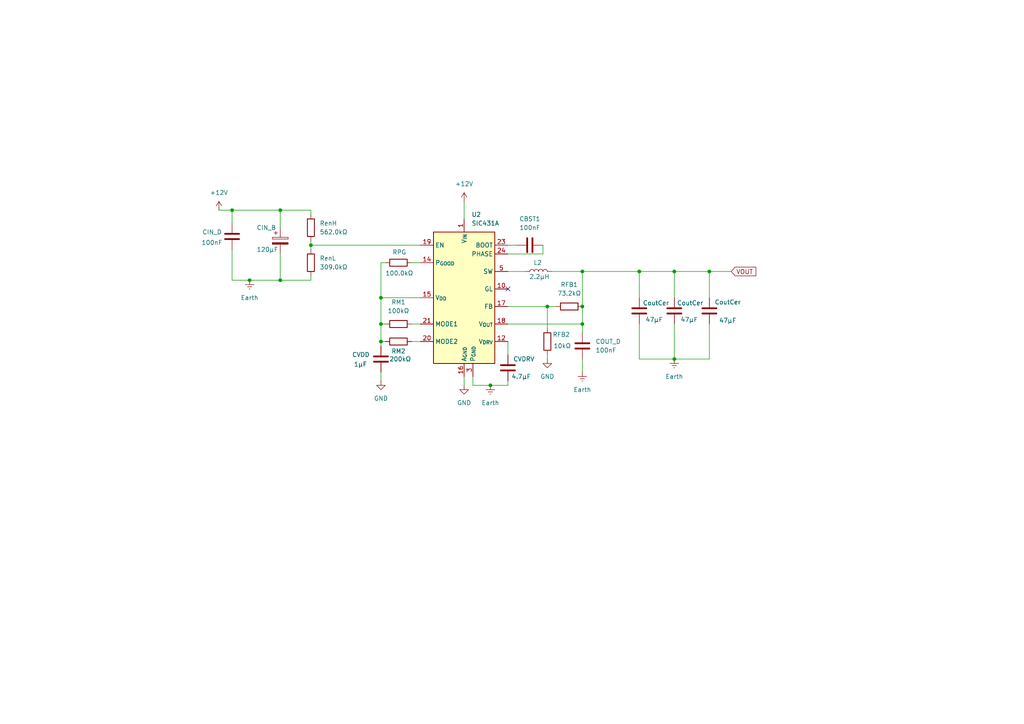
<source format=kicad_sch>
(kicad_sch (version 20250114) (generator "eeschema") (generator_version "9.0")
  (paper "A4")
  (lib_symbols
    (symbol "Device:C" (pin_numbers (hide yes)) (pin_names (offset 0.254))
      (property "Reference" "C" (at 0.635 2.54 0))
      (property "Value" "C" (at 0.635 -2.54 0))
      (symbol "C_0_1"
        (polyline (pts (xy -2.032 0.762) (xy 2.032 0.762)) (stroke (width 0.508)))
        (polyline (pts (xy -2.032 -0.762) (xy 2.032 -0.762)) (stroke (width 0.508)))
      )
      (symbol "C_1_1"
        (pin passive line (at 0 3.81 270) (length 2.794) (name "~") (number "1"))
        (pin passive line (at 0 -3.81 90) (length 2.794) (name "~") (number "2"))
      )
    )
    (symbol "Device:C_Polarized" (pin_numbers (hide yes)) (pin_names (offset 0.254))
      (property "Reference" "C" (at 0.635 2.54 0))
      (property "Value" "C_Polarized" (at 0.635 -2.54 0))
      (symbol "C_Polarized_0_1"
        (rectangle (start -2.286 0.508) (end 2.286 1.016))
        (polyline (pts (xy -1.778 2.286) (xy -0.762 2.286)))
        (polyline (pts (xy -1.27 2.794) (xy -1.27 1.778)))
        (rectangle (start 2.286 -0.508) (end -2.286 -1.016) (fill (type outline)))
      )
      (symbol "C_Polarized_1_1"
        (pin passive line (at 0 3.81 270) (length 2.794) (name "~") (number "1"))
        (pin passive line (at 0 -3.81 90) (length 2.794) (name "~") (number "2"))
      )
    )
    (symbol "Device:L" (pin_numbers (hide yes)) (pin_names (offset 1.016) (hide yes))
      (property "Reference" "L" (at -1.27 0 90))
      (property "Value" "L" (at 1.905 0 90))
      (symbol "L_0_1"
        (arc (start 0 2.54) (mid 0.6323 1.905) (end 0 1.27))
        (arc (start 0 1.27) (mid 0.6323 0.635) (end 0 0))
        (arc (start 0 0) (mid 0.6323 -0.635) (end 0 -1.27))
        (arc (start 0 -1.27) (mid 0.6323 -1.905) (end 0 -2.54))
      )
      (symbol "L_1_1"
        (pin passive line (at 0 3.81 270) (length 1.27) (name "1") (number "1"))
        (pin passive line (at 0 -3.81 90) (length 1.27) (name "2") (number "2"))
      )
    )
    (symbol "Device:R" (pin_numbers (hide yes)) (pin_names (offset 0))
      (property "Reference" "R" (at 2.032 0 90))
      (property "Value" "R" (at 0 0 90))
      (symbol "R_0_1"
        (rectangle (start -1.016 -2.54) (end 1.016 2.54) (stroke (width 0.254)))
      )
      (symbol "R_1_1"
        (pin passive line (at 0 3.81 270) (length 1.27) (name "~") (number "1"))
        (pin passive line (at 0 -3.81 90) (length 1.27) (name "~") (number "2"))
      )
    )
    (symbol "Regulator_Switching:SIC431A"
      (property "Reference" "U" (at -7.62 20.32 0))
      (property "Value" "SIC431A" (at 5.08 20.32 0))
      (symbol "SIC431A_0_1"
        (rectangle (start -8.89 19.05) (end 8.89 -19.05) (stroke (width 0.254)) (fill (type background)))
      )
      (symbol "SIC431A_1_1"
        (pin input line (at -12.7 15.24 0) (length 3.81) (name "EN") (number "19"))
        (pin open_collector line (at -12.7 10.16 0) (length 3.81) (name "P_{GOOD}") (number "14"))
        (pin power_out line (at -12.7 0 0) (length 3.81) (name "V_{DD}") (number "15"))
        (pin input line (at -12.7 -7.62 0) (length 3.81) (name "MODE1") (number "21"))
        (pin input line (at -12.7 -12.7 0) (length 3.81) (name "MODE2") (number "20"))
        (pin power_in line (at 0 22.86 270) (length 3.81) (name "V_{IN}") (number "1"))
        (pin passive line (at 0 22.86 270) (length 3.81) (hide yes) (name "V_{IN}") (number "2"))
        (pin passive line (at 0 22.86 270) (length 3.81) (hide yes) (name "V_{IN}") (number "22"))
        (pin passive line (at 0 22.86 270) (length 3.81) (hide yes) (name "V_{IN}") (number "26"))
        (pin power_in line (at 0 -22.86 90) (length 3.81) (name "A_{GND}") (number "16"))
        (pin passive line (at 0 -22.86 90) (length 3.81) (hide yes) (name "A_{GND}") (number "25"))
        (pin passive line (at 2.54 -22.86 90) (length 3.81) (hide yes) (name "P_{GND}") (number "13"))
        (pin passive line (at 2.54 -22.86 90) (length 3.81) (hide yes) (name "P_{GND}") (number "27"))
        (pin power_in line (at 2.54 -22.86 90) (length 3.81) (name "P_{GND}") (number "3"))
        (pin passive line (at 2.54 -22.86 90) (length 3.81) (hide yes) (name "P_{GND}") (number "4"))
        (pin input line (at 12.7 15.24 180) (length 3.81) (name "BOOT") (number "23"))
        (pin output line (at 12.7 12.7 180) (length 3.81) (name "PHASE") (number "24"))
        (pin power_out line (at 12.7 7.62 180) (length 3.81) (name "SW") (number "5"))
        (pin passive line (at 12.7 7.62 180) (length 3.81) (hide yes) (name "SW") (number "6"))
        (pin passive line (at 12.7 7.62 180) (length 3.81) (hide yes) (name "SW") (number "7"))
        (pin passive line (at 12.7 7.62 180) (length 3.81) (hide yes) (name "SW") (number "8"))
        (pin passive line (at 12.7 7.62 180) (length 3.81) (hide yes) (name "SW") (number "9"))
        (pin output line (at 12.7 2.54 180) (length 3.81) (name "GL") (number "10"))
        (pin passive line (at 12.7 2.54 180) (length 3.81) (hide yes) (name "GL") (number "11"))
        (pin passive line (at 12.7 2.54 180) (length 3.81) (hide yes) (name "GL") (number "28"))
        (pin input line (at 12.7 -2.54 180) (length 3.81) (name "FB") (number "17"))
        (pin input line (at 12.7 -7.62 180) (length 3.81) (name "V_{OUT}") (number "18"))
        (pin power_out line (at 12.7 -12.7 180) (length 3.81) (name "V_{DRV}") (number "12"))
      )
    )
    (symbol "power:+12V" (power) (pin_numbers (hide yes)) (pin_names (offset 0) (hide yes))
      (property "Value" "+12V" (at 0 3.556 0))
      (symbol "+12V_0_1"
        (polyline (pts (xy -0.762 1.27) (xy 0 2.54)))
        (polyline (pts (xy 0 2.54) (xy 0.762 1.27)))
        (polyline (pts (xy 0 0) (xy 0 2.54)))
      )
      (symbol "+12V_1_1"
        (pin power_in line (at 0 0 90) (length 0) (name "~") (number "1"))
      )
    )
    (symbol "power:Earth" (power) (pin_numbers (hide yes)) (pin_names (offset 0) (hide yes))
      (property "Value" "Earth" (at 0 -3.81 0))
      (symbol "Earth_0_1"
        (polyline (pts (xy -0.635 -1.905) (xy 0.635 -1.905)))
        (polyline (pts (xy -0.127 -2.54) (xy 0.127 -2.54)))
        (polyline (pts (xy 0 -1.27) (xy 0 0)))
        (polyline (pts (xy 1.27 -1.27) (xy -1.27 -1.27)))
      )
      (symbol "Earth_1_1"
        (pin power_in line (at 0 0 270) (length 0) (name "~") (number "1"))
      )
    )
    (symbol "power:GND" (power) (pin_numbers (hide yes)) (pin_names (offset 0) (hide yes))
      (property "Value" "GND" (at 0 -3.81 0))
      (symbol "GND_0_1"
        (polyline (pts (xy 0 0) (xy 0 -1.27) (xy 1.27 -1.27) (xy 0 -2.54) (xy -1.27 -1.27) (xy 0 -1.27)))
      )
      (symbol "GND_1_1"
        (pin power_in line (at 0 0 270) (length 0) (name "~") (number "1"))
      )
    )
  )
  (junction (at 168.91 78.74))
  (junction (at 142.24 111.76))
  (junction (at 168.91 88.9))
  (junction (at 67.31 60.96))
  (junction (at 195.58 78.74))
  (junction (at 81.28 60.96))
  (junction (at 110.49 93.98))
  (junction (at 110.49 99.06))
  (junction (at 81.28 81.28))
  (junction (at 110.49 86.36))
  (junction (at 185.42 78.74))
  (junction (at 195.58 104.14))
  (junction (at 72.39 81.28))
  (junction (at 168.91 93.98))
  (junction (at 158.75 88.9))
  (junction (at 205.74 78.74))
  (junction (at 90.17 71.12))
  (no_connect (at 147.32 83.82))
  (wire (pts (xy 205.74 78.74) (xy 212.09 78.74)))
  (wire (pts (xy 185.42 78.74) (xy 168.91 78.74)))
  (wire (pts (xy 168.91 104.14) (xy 168.91 107.95)))
  (wire (pts (xy 160.02 78.74) (xy 168.91 78.74)))
  (wire (pts (xy 147.32 111.76) (xy 142.24 111.76)))
  (wire (pts (xy 205.74 86.36) (xy 205.74 78.74)))
  (wire (pts (xy 147.32 93.98) (xy 168.91 93.98)))
  (wire (pts (xy 168.91 88.9) (xy 168.91 93.98)))
  (wire (pts (xy 147.32 110.49) (xy 147.32 111.76)))
  (wire (pts (xy 67.31 60.96) (xy 67.31 64.77)))
  (wire (pts (xy 195.58 93.98) (xy 195.58 104.14)))
  (wire (pts (xy 134.62 109.22) (xy 134.62 111.76)))
  (wire (pts (xy 90.17 62.23) (xy 90.17 60.96)))
  (wire (pts (xy 90.17 71.12) (xy 121.92 71.12)))
  (wire (pts (xy 110.49 107.95) (xy 110.49 110.49)))
  (wire (pts (xy 67.31 72.39) (xy 67.31 81.28)))
  (wire (pts (xy 195.58 78.74) (xy 185.42 78.74)))
  (wire (pts (xy 81.28 73.66) (xy 81.28 81.28)))
  (wire (pts (xy 119.38 76.2) (xy 121.92 76.2)))
  (wire (pts (xy 119.38 99.06) (xy 121.92 99.06)))
  (wire (pts (xy 119.38 93.98) (xy 121.92 93.98)))
  (wire (pts (xy 195.58 104.14) (xy 185.42 104.14)))
  (wire (pts (xy 110.49 99.06) (xy 110.49 93.98)))
  (wire (pts (xy 185.42 78.74) (xy 185.42 86.36)))
  (wire (pts (xy 185.42 104.14) (xy 185.42 93.98)))
  (wire (pts (xy 205.74 104.14) (xy 195.58 104.14)))
  (wire (pts (xy 137.16 109.22) (xy 137.16 111.76)))
  (wire (pts (xy 90.17 81.28) (xy 81.28 81.28)))
  (wire (pts (xy 110.49 93.98) (xy 110.49 86.36)))
  (wire (pts (xy 147.32 71.12) (xy 149.86 71.12)))
  (wire (pts (xy 158.75 95.25) (xy 158.75 88.9)))
  (wire (pts (xy 111.76 76.2) (xy 110.49 76.2)))
  (wire (pts (xy 134.62 58.42) (xy 134.62 63.5)))
  (wire (pts (xy 110.49 86.36) (xy 121.92 86.36)))
  (wire (pts (xy 63.5 60.96) (xy 67.31 60.96)))
  (wire (pts (xy 90.17 80.01) (xy 90.17 81.28)))
  (wire (pts (xy 90.17 71.12) (xy 90.17 69.85)))
  (wire (pts (xy 157.48 73.66) (xy 147.32 73.66)))
  (wire (pts (xy 205.74 78.74) (xy 195.58 78.74)))
  (wire (pts (xy 67.31 81.28) (xy 72.39 81.28)))
  (wire (pts (xy 205.74 93.98) (xy 205.74 104.14)))
  (wire (pts (xy 110.49 76.2) (xy 110.49 86.36)))
  (wire (pts (xy 90.17 71.12) (xy 90.17 72.39)))
  (wire (pts (xy 137.16 111.76) (xy 142.24 111.76)))
  (wire (pts (xy 110.49 99.06) (xy 110.49 100.33)))
  (wire (pts (xy 81.28 66.04) (xy 81.28 60.96)))
  (wire (pts (xy 158.75 102.87) (xy 158.75 104.14)))
  (wire (pts (xy 157.48 71.12) (xy 157.48 73.66)))
  (wire (pts (xy 158.75 88.9) (xy 161.29 88.9)))
  (wire (pts (xy 111.76 99.06) (xy 110.49 99.06)))
  (wire (pts (xy 147.32 99.06) (xy 147.32 102.87)))
  (wire (pts (xy 147.32 88.9) (xy 158.75 88.9)))
  (wire (pts (xy 81.28 81.28) (xy 72.39 81.28)))
  (wire (pts (xy 110.49 93.98) (xy 111.76 93.98)))
  (wire (pts (xy 168.91 93.98) (xy 168.91 96.52)))
  (wire (pts (xy 195.58 78.74) (xy 195.58 86.36)))
  (wire (pts (xy 90.17 60.96) (xy 81.28 60.96)))
  (wire (pts (xy 168.91 78.74) (xy 168.91 88.9)))
  (wire (pts (xy 81.28 60.96) (xy 67.31 60.96)))
  (wire (pts (xy 147.32 78.74) (xy 152.4 78.74)))
  (global_label "VOUT" (shape input) (at 212.09 78.74 0) (property "Intersheetrefs" "${INTERSHEET_REFS}" (effects (hide yes))))
  (symbol (lib_id "power:+12V") (at 63.5 60.96 0) (unit 1)
    (property "Reference" "#PWR013" (effects (hide yes)))
    (property "Value" "+12V" (at 63.5 55.88 0))
    (property "Description" "Power symbol creates a global label with name \"+12V\"" (effects (hide yes)))
  )
  (symbol (lib_id "Device:L") (at 156.21 78.74 90) (unit 1)
    (property "Reference" "L2" (at 155.956 76.2 90))
    (property "Value" "2.2µH" (at 156.464 80.264 90))
    (property "Description" "Inductor" (effects (hide yes)))
  )
  (symbol (lib_id "Device:C") (at 110.49 104.14 0) (unit 1)
    (property "Reference" "CVDD" (at 102.108 102.87 0) (effects (justify left)))
    (property "Value" "1µF" (at 102.616 105.664 0) (effects (justify left)))
    (property "Description" "Unpolarized capacitor" (effects (hide yes)))
  )
  (symbol (lib_id "Device:R") (at 158.75 99.06 0) (unit 1)
    (property "Reference" "RFB2" (at 160.274 97.028 0) (effects (justify left)))
    (property "Value" "10kΩ" (at 160.528 100.33 0) (effects (justify left)))
    (property "Description" "Resistor" (effects (hide yes)))
  )
  (symbol (lib_id "Device:R") (at 165.1 88.9 90) (unit 1)
    (property "Reference" "RFB1" (at 165.1 82.55 90))
    (property "Value" "73.2kΩ" (at 165.1 85.09 90))
    (property "Description" "Resistor" (effects (hide yes)))
  )
  (symbol (lib_id "Device:C") (at 205.74 90.17 0) (unit 1)
    (property "Reference" "CoutCer" (at 207.264 87.63 0) (effects (justify left)))
    (property "Value" "47µF" (at 208.534 92.964 0) (effects (justify left)))
    (property "Description" "Unpolarized capacitor" (effects (hide yes)))
  )
  (symbol (lib_id "Device:C") (at 147.32 106.68 0) (unit 1)
    (property "Reference" "CVDRV" (at 148.844 104.14 0) (effects (justify left)))
    (property "Value" "4.7µF" (at 148.336 109.22 0) (effects (justify left)))
    (property "Description" "Unpolarized capacitor" (effects (hide yes)))
  )
  (symbol (lib_id "power:GND") (at 158.75 104.14 0) (unit 1)
    (property "Reference" "#PWR012" (effects (hide yes)))
    (property "Value" "GND" (at 158.75 109.22 0))
    (property "Description" "Power symbol creates a global label with name \"GND\" , ground" (effects (hide yes)))
  )
  (symbol (lib_id "Device:C") (at 67.31 68.58 0) (unit 1)
    (property "Reference" "CIN_D" (at 58.674 67.31 0) (effects (justify left)))
    (property "Value" "100nF" (at 58.42 70.358 0) (effects (justify left)))
    (property "Description" "Unpolarized capacitor" (effects (hide yes)))
  )
  (symbol (lib_id "Device:C") (at 168.91 100.33 0) (unit 1)
    (property "Reference" "COUT_D" (at 172.72 99.0599 0) (effects (justify left)))
    (property "Value" "100nF" (at 172.72 101.5999 0) (effects (justify left)))
    (property "Description" "Unpolarized capacitor" (effects (hide yes)))
  )
  (symbol (lib_id "power:+12V") (at 134.62 58.42 0) (unit 1)
    (property "Reference" "#PWR014" (effects (hide yes)))
    (property "Value" "+12V" (at 134.62 53.34 0))
    (property "Description" "Power symbol creates a global label with name \"+12V\"" (effects (hide yes)))
  )
  (symbol (lib_id "power:GND") (at 110.49 110.49 0) (unit 1)
    (property "Reference" "#PWR016" (effects (hide yes)))
    (property "Value" "GND" (at 110.49 115.57 0))
    (property "Description" "Power symbol creates a global label with name \"GND\" , ground" (effects (hide yes)))
  )
  (symbol (lib_id "power:GND") (at 134.62 111.76 0) (unit 1)
    (property "Reference" "#PWR017" (effects (hide yes)))
    (property "Value" "GND" (at 134.62 116.84 0))
    (property "Description" "Power symbol creates a global label with name \"GND\" , ground" (effects (hide yes)))
  )
  (symbol (lib_id "Device:R") (at 90.17 76.2 0) (unit 1)
    (property "Reference" "RenL" (at 92.71 74.9299 0) (effects (justify left)))
    (property "Value" "309.0kΩ" (at 92.71 77.4699 0) (effects (justify left)))
    (property "Description" "Resistor" (effects (hide yes)))
  )
  (symbol (lib_id "Device:C") (at 153.67 71.12 90) (unit 1)
    (property "Reference" "CBST1" (at 153.67 63.5 90))
    (property "Value" "100nF" (at 153.67 66.04 90))
    (property "Description" "Unpolarized capacitor" (effects (hide yes)))
  )
  (symbol (lib_id "Device:R") (at 115.57 93.98 90) (unit 1)
    (property "Reference" "RM1" (at 115.57 87.63 90))
    (property "Value" "100kΩ" (at 115.57 90.17 90))
    (property "Description" "Resistor" (effects (hide yes)))
  )
  (symbol (lib_id "Device:C") (at 185.42 90.17 0) (unit 1)
    (property "Reference" "CoutCer" (at 186.436 87.884 0) (effects (justify left)))
    (property "Value" "47µF" (at 187.198 92.71 0) (effects (justify left)))
    (property "Description" "Unpolarized capacitor" (effects (hide yes)))
  )
  (symbol (lib_id "power:Earth") (at 168.91 107.95 0) (unit 1)
    (property "Reference" "#PWR019" (effects (hide yes)))
    (property "Value" "Earth" (at 168.91 113.03 0))
    (property "Description" "Power symbol creates a global label with name \"Earth\"" (effects (hide yes)))
  )
  (symbol (lib_id "Device:R") (at 90.17 66.04 0) (unit 1)
    (property "Reference" "RenH" (at 92.71 64.7699 0) (effects (justify left)))
    (property "Value" "562.0kΩ" (at 92.71 67.3099 0) (effects (justify left)))
    (property "Description" "Resistor" (effects (hide yes)))
  )
  (symbol (lib_id "Device:C_Polarized") (at 81.28 69.85 0) (unit 1)
    (property "Reference" "CIN_B" (at 74.422 66.04 0) (effects (justify left)))
    (property "Value" "120µF" (at 74.422 72.39 0) (effects (justify left)))
    (property "Description" "Polarized capacitor" (effects (hide yes)))
  )
  (symbol (lib_id "Regulator_Switching:SIC431A") (at 134.62 86.36 0) (unit 1)
    (property "Reference" "U2" (at 136.7633 62.23 0) (effects (justify left)))
    (property "Value" "SIC431A" (at 136.7633 64.77 0) (effects (justify left)))
    (property "Footprint" "Package_DFN_QFN:Vishay_PowerPAK_MLP44-24L_ThermalVias" (effects (hide yes)))
    (property "Datasheet" "https://www.vishay.com/docs/74589/sic431.pdf" (effects (hide yes)))
    (property "Description" "24A Step-Down DC/DC-Regulator, 300kHz-1MHz, 3..24Vin, 0.6..21.6Vout" (effects (hide yes)))
  )
  (symbol (lib_id "power:Earth") (at 72.39 81.28 0) (unit 1)
    (property "Reference" "#PWR015" (effects (hide yes)))
    (property "Value" "Earth" (at 72.39 86.36 0))
    (property "Description" "Power symbol creates a global label with name \"Earth\"" (effects (hide yes)))
  )
  (symbol (lib_id "power:Earth") (at 195.58 104.14 0) (unit 1)
    (property "Reference" "#PWR020" (effects (hide yes)))
    (property "Value" "Earth" (at 195.58 109.22 0))
    (property "Description" "Power symbol creates a global label with name \"Earth\"" (effects (hide yes)))
  )
  (symbol (lib_id "Device:R") (at 115.57 76.2 90) (unit 1)
    (property "Reference" "RPG" (at 115.824 73.152 90))
    (property "Value" "100.0kΩ" (at 115.824 79.248 90))
    (property "Description" "Resistor" (effects (hide yes)))
  )
  (symbol (lib_id "Device:R") (at 115.57 99.06 90) (unit 1)
    (property "Reference" "RM2" (at 115.57 101.854 90))
    (property "Value" "200kΩ" (at 116.078 104.14 90))
    (property "Description" "Resistor" (effects (hide yes)))
  )
  (symbol (lib_id "Device:C") (at 195.58 90.17 0) (unit 1)
    (property "Reference" "CoutCer" (at 196.342 87.884 0) (effects (justify left)))
    (property "Value" "47µF" (at 197.358 92.71 0) (effects (justify left)))
    (property "Description" "Unpolarized capacitor" (effects (hide yes)))
  )
  (symbol (lib_id "power:Earth") (at 142.24 111.76 0) (unit 1)
    (property "Reference" "#PWR018" (effects (hide yes)))
    (property "Value" "Earth" (at 142.24 116.84 0))
    (property "Description" "Power symbol creates a global label with name \"Earth\"" (effects (hide yes)))
  )
)
</source>
